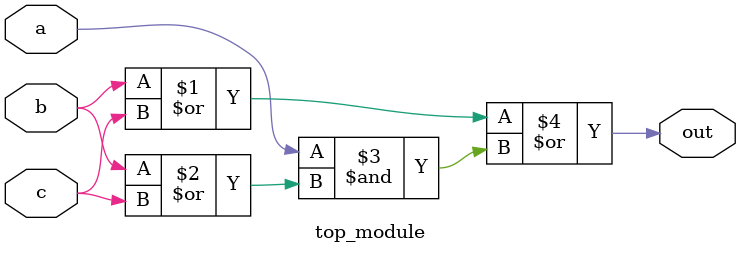
<source format=sv>
module top_module(
    input a, 
    input b,
    input c,
    output out
);

    assign out = b | c | a & (b | c);

endmodule

</source>
